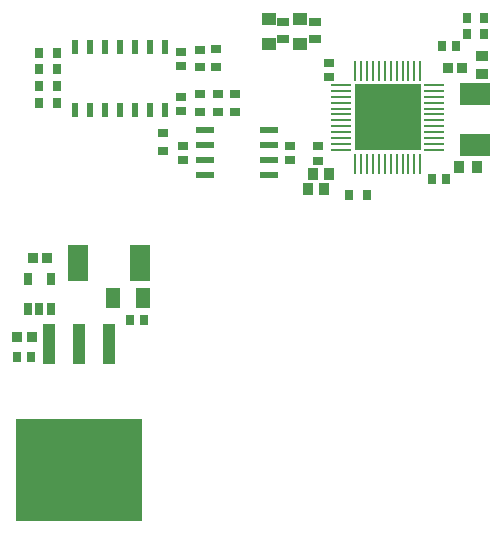
<source format=gtp>
G04*
G04 #@! TF.GenerationSoftware,Altium Limited,Altium Designer,21.0.8 (223)*
G04*
G04 Layer_Color=8421504*
%FSLAX25Y25*%
%MOIN*%
G70*
G04*
G04 #@! TF.SameCoordinates,3B633D02-0EC4-4577-A0D3-F38BB98637A7*
G04*
G04*
G04 #@! TF.FilePolarity,Positive*
G04*
G01*
G75*
%ADD15O,0.03937X0.00984*%
%ADD16O,0.00984X0.03937*%
%ADD17R,0.22047X0.22047*%
%ADD18R,0.02559X0.03543*%
%ADD19R,0.03543X0.02953*%
%ADD20O,0.00984X0.06102*%
%ADD21O,0.06102X0.00984*%
%ADD22R,0.02953X0.03543*%
%ADD23R,0.10236X0.07480*%
%ADD24R,0.03543X0.04134*%
%ADD25R,0.03174X0.03379*%
%ADD26R,0.04134X0.03740*%
%ADD27R,0.03740X0.04134*%
%ADD28R,0.03543X0.02559*%
%ADD29R,0.04724X0.04331*%
%ADD30R,0.03937X0.03150*%
%ADD31R,0.06102X0.02362*%
%ADD32R,0.02598X0.03937*%
%ADD33R,0.07008X0.12402*%
%ADD34R,0.02284X0.04646*%
%ADD35R,0.04545X0.06717*%
%ADD36R,0.42126X0.33858*%
%ADD37R,0.03937X0.13386*%
D15*
X350811Y343907D02*
D03*
Y345876D02*
D03*
Y347844D02*
D03*
Y349813D02*
D03*
Y351781D02*
D03*
Y353750D02*
D03*
Y355718D02*
D03*
Y357687D02*
D03*
Y359655D02*
D03*
Y361624D02*
D03*
Y363592D02*
D03*
Y365561D02*
D03*
X323252D02*
D03*
Y363592D02*
D03*
Y361624D02*
D03*
Y359655D02*
D03*
Y357687D02*
D03*
Y355718D02*
D03*
Y353750D02*
D03*
Y351781D02*
D03*
Y349813D02*
D03*
Y347844D02*
D03*
Y345876D02*
D03*
Y343907D02*
D03*
D16*
X347858Y368513D02*
D03*
X345890D02*
D03*
X343921D02*
D03*
X341953D02*
D03*
X339984D02*
D03*
X338016D02*
D03*
X336047D02*
D03*
X334079D02*
D03*
X332110D02*
D03*
X330142D02*
D03*
X328173D02*
D03*
X326205D02*
D03*
Y340954D02*
D03*
X328173D02*
D03*
X330142D02*
D03*
X332110D02*
D03*
X334079D02*
D03*
X336047D02*
D03*
X338016D02*
D03*
X339984D02*
D03*
X341953D02*
D03*
X343921D02*
D03*
X345890D02*
D03*
X347858D02*
D03*
D17*
X337032Y354734D02*
D03*
D18*
X369253Y382533D02*
D03*
X363347D02*
D03*
Y387933D02*
D03*
X369253D02*
D03*
X226800Y359600D02*
D03*
X220895D02*
D03*
X226800Y365300D02*
D03*
X220895D02*
D03*
X226800Y370699D02*
D03*
X220895D02*
D03*
X226800Y376266D02*
D03*
X220895D02*
D03*
X330153Y329001D02*
D03*
X324247D02*
D03*
D19*
X313600Y340338D02*
D03*
Y345062D02*
D03*
X317300Y368138D02*
D03*
Y372862D02*
D03*
X304500Y340438D02*
D03*
Y345162D02*
D03*
X268900Y340438D02*
D03*
Y345162D02*
D03*
X268200Y376662D02*
D03*
Y371938D02*
D03*
Y356900D02*
D03*
Y361624D02*
D03*
D20*
X347858Y338887D02*
D03*
X345890D02*
D03*
X343921D02*
D03*
X341953D02*
D03*
X339984D02*
D03*
X338016D02*
D03*
X336047D02*
D03*
X334079D02*
D03*
X332110D02*
D03*
X330142D02*
D03*
X328173D02*
D03*
X326205D02*
D03*
Y370580D02*
D03*
X328173D02*
D03*
X330142D02*
D03*
X332110D02*
D03*
X334079D02*
D03*
X336047D02*
D03*
X338016D02*
D03*
X339984D02*
D03*
X341953D02*
D03*
X343921D02*
D03*
X345890D02*
D03*
X347858D02*
D03*
D21*
X321185Y343907D02*
D03*
Y345876D02*
D03*
Y347844D02*
D03*
Y349813D02*
D03*
Y351781D02*
D03*
Y353750D02*
D03*
Y355718D02*
D03*
Y357687D02*
D03*
Y359655D02*
D03*
Y361624D02*
D03*
Y363592D02*
D03*
Y365561D02*
D03*
X352878D02*
D03*
Y363592D02*
D03*
Y361624D02*
D03*
Y359655D02*
D03*
Y357687D02*
D03*
Y355718D02*
D03*
Y353750D02*
D03*
Y351781D02*
D03*
Y349813D02*
D03*
Y347844D02*
D03*
Y345876D02*
D03*
Y343907D02*
D03*
D22*
X356362Y334134D02*
D03*
X351638D02*
D03*
X355138Y378400D02*
D03*
X359862D02*
D03*
X255724Y287200D02*
D03*
X251000D02*
D03*
X213438Y274800D02*
D03*
X218162D02*
D03*
D23*
X366100Y362498D02*
D03*
Y345569D02*
D03*
D24*
X312042Y335700D02*
D03*
X317357D02*
D03*
X310542Y330800D02*
D03*
X315858D02*
D03*
D25*
X356929Y371240D02*
D03*
X361859D02*
D03*
X223530Y307800D02*
D03*
X218600D02*
D03*
X213335Y281600D02*
D03*
X218265D02*
D03*
D26*
X368500Y375054D02*
D03*
Y369346D02*
D03*
D27*
X366600Y338334D02*
D03*
X360891D02*
D03*
D28*
X280455Y356647D02*
D03*
Y362553D02*
D03*
X274512D02*
D03*
Y356647D02*
D03*
X274401Y371447D02*
D03*
Y377353D02*
D03*
X286201Y356647D02*
D03*
Y362553D02*
D03*
X279901Y371547D02*
D03*
Y377453D02*
D03*
X262000Y349406D02*
D03*
Y343500D02*
D03*
D29*
X307829Y379266D02*
D03*
Y387534D02*
D03*
X297300Y379266D02*
D03*
Y387534D02*
D03*
D30*
X312700Y386653D02*
D03*
Y380747D02*
D03*
X302171Y386653D02*
D03*
Y380747D02*
D03*
D31*
X276200Y335400D02*
D03*
X297460Y340400D02*
D03*
X276200Y350400D02*
D03*
X297460Y335400D02*
D03*
Y345400D02*
D03*
Y350400D02*
D03*
X276200Y345400D02*
D03*
Y340400D02*
D03*
D32*
X217160Y301018D02*
D03*
X224640D02*
D03*
Y290782D02*
D03*
X220900D02*
D03*
X217160D02*
D03*
D33*
X233905Y306300D02*
D03*
X254495D02*
D03*
D34*
X232600Y357200D02*
D03*
X237600D02*
D03*
X242600D02*
D03*
X247600D02*
D03*
X252600D02*
D03*
X257600D02*
D03*
X262600D02*
D03*
Y378145D02*
D03*
X257600D02*
D03*
X252600D02*
D03*
X247600D02*
D03*
X242600D02*
D03*
X237600D02*
D03*
X232600D02*
D03*
D35*
X245277Y294500D02*
D03*
X255323D02*
D03*
D36*
X234000Y237352D02*
D03*
D37*
Y279084D02*
D03*
X244000D02*
D03*
X224000D02*
D03*
M02*

</source>
